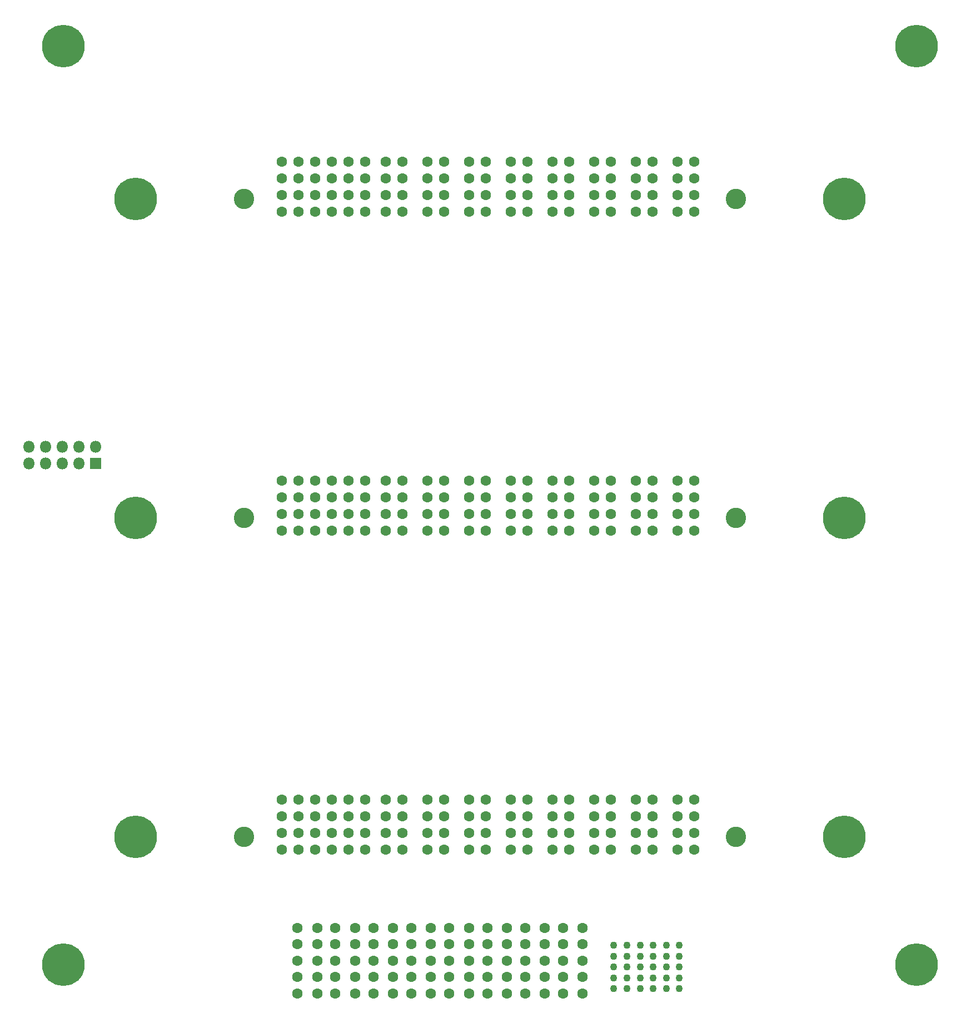
<source format=gbr>
%TF.GenerationSoftware,KiCad,Pcbnew,(5.1.5)-3*%
%TF.CreationDate,2021-10-03T16:15:59+02:00*%
%TF.ProjectId,Backplane PSU,4261636b-706c-4616-9e65-205053552e6b,rev?*%
%TF.SameCoordinates,PX68e7780PYb532b80*%
%TF.FileFunction,Soldermask,Top*%
%TF.FilePolarity,Negative*%
%FSLAX46Y46*%
G04 Gerber Fmt 4.6, Leading zero omitted, Abs format (unit mm)*
G04 Created by KiCad (PCBNEW (5.1.5)-3) date 2021-10-03 16:15:59*
%MOMM*%
%LPD*%
G04 APERTURE LIST*
%ADD10C,1.100000*%
%ADD11C,1.600000*%
%ADD12C,6.500000*%
%ADD13O,1.800000X1.800000*%
%ADD14R,1.800000X1.800000*%
%ADD15C,3.100000*%
G04 APERTURE END LIST*
D10*
%TO.C,J3*%
X83855000Y-3665000D03*
X83855000Y-2015000D03*
X83855000Y-365000D03*
X83855000Y1285000D03*
X83855000Y2935000D03*
X85855000Y-3665000D03*
X85855000Y-2015000D03*
X85855000Y-365000D03*
X85855000Y1285000D03*
X85855000Y2935000D03*
X87855000Y-3665000D03*
X87855000Y-2015000D03*
X87855000Y-365000D03*
X87855000Y1285000D03*
X87855000Y2935000D03*
X89855000Y-3665000D03*
X89855000Y-2015000D03*
X89855000Y-365000D03*
X89855000Y1285000D03*
X89855000Y2935000D03*
X91855000Y-3665000D03*
X91855000Y-2015000D03*
X91855000Y-365000D03*
X91855000Y1285000D03*
X91855000Y2935000D03*
X93855000Y-3665000D03*
X93855000Y-2015000D03*
X93855000Y-365000D03*
X93855000Y1285000D03*
X93855000Y2935000D03*
D11*
X35665000Y-4375000D03*
X35665000Y-1875000D03*
X35665000Y625000D03*
X35665000Y3125000D03*
X35665000Y5625000D03*
X38665000Y-4375000D03*
X38665000Y-1875000D03*
X38665000Y625000D03*
X38665000Y3125000D03*
X38665000Y5625000D03*
X41445000Y-4375000D03*
X47225000Y-4375000D03*
X53005000Y-4375000D03*
X58785000Y-4375000D03*
X64565000Y-4375000D03*
X70345000Y-4375000D03*
X76125000Y-4375000D03*
X44445000Y5625000D03*
X50225000Y5625000D03*
X56005000Y5625000D03*
X61785000Y5625000D03*
X67565000Y5625000D03*
X73345000Y5625000D03*
X79125000Y5625000D03*
X44445000Y-1875000D03*
X50225000Y-1875000D03*
X56005000Y-1875000D03*
X61785000Y-1875000D03*
X67565000Y-1875000D03*
X73345000Y-1875000D03*
X79125000Y-1875000D03*
X41445000Y3125000D03*
X47225000Y3125000D03*
X53005000Y3125000D03*
X58785000Y3125000D03*
X64565000Y3125000D03*
X70345000Y3125000D03*
X76125000Y3125000D03*
X41445000Y625000D03*
X47225000Y625000D03*
X53005000Y625000D03*
X58785000Y625000D03*
X64565000Y625000D03*
X70345000Y625000D03*
X76125000Y625000D03*
X41445000Y5625000D03*
X47225000Y5625000D03*
X53005000Y5625000D03*
X58785000Y5625000D03*
X64565000Y5625000D03*
X70345000Y5625000D03*
X76125000Y5625000D03*
X44445000Y625000D03*
X50225000Y625000D03*
X56005000Y625000D03*
X61785000Y625000D03*
X67565000Y625000D03*
X73345000Y625000D03*
X79125000Y625000D03*
X44445000Y-4375000D03*
X50225000Y-4375000D03*
X56005000Y-4375000D03*
X61785000Y-4375000D03*
X67565000Y-4375000D03*
X73345000Y-4375000D03*
X79125000Y-4375000D03*
X44445000Y3125000D03*
X50225000Y3125000D03*
X56005000Y3125000D03*
X61785000Y3125000D03*
X67565000Y3125000D03*
X73345000Y3125000D03*
X79125000Y3125000D03*
X41445000Y-1875000D03*
X47225000Y-1875000D03*
X53005000Y-1875000D03*
X58785000Y-1875000D03*
X64565000Y-1875000D03*
X70345000Y-1875000D03*
X76125000Y-1875000D03*
%TD*%
D12*
%TO.C,H1*%
X0Y140000000D03*
%TD*%
%TO.C,H2*%
X11000000Y116660000D03*
%TD*%
%TO.C,H3*%
X11000000Y68060000D03*
%TD*%
%TO.C,H4*%
X11000000Y19460000D03*
%TD*%
%TO.C,H5*%
X0Y0D03*
%TD*%
%TO.C,H6*%
X130000000Y0D03*
%TD*%
%TO.C,H7*%
X119000000Y19460000D03*
%TD*%
%TO.C,H8*%
X119000000Y68060000D03*
%TD*%
%TO.C,H9*%
X119000000Y116660000D03*
%TD*%
%TO.C,H10*%
X130000000Y140000000D03*
%TD*%
D13*
%TO.C,J5*%
X-5260000Y78890000D03*
X-5260000Y76350000D03*
X-2720000Y78890000D03*
X-2720000Y76350000D03*
X-180000Y78890000D03*
X-180000Y76350000D03*
X2360000Y78890000D03*
X2360000Y76350000D03*
X4900000Y78890000D03*
D14*
X4900000Y76350000D03*
%TD*%
D15*
%TO.C,J4*%
X102470000Y19460000D03*
X27540000Y19460000D03*
D11*
X96120000Y17500000D03*
X93580000Y17500000D03*
X96120000Y20040000D03*
X93580000Y20040000D03*
X96120000Y22580000D03*
X93580000Y22580000D03*
X96120000Y25120000D03*
X93580000Y25120000D03*
X87230000Y22580000D03*
X80880000Y22580000D03*
X74530000Y22580000D03*
X68180000Y22580000D03*
X61830000Y22580000D03*
X55480000Y22580000D03*
X49130000Y22580000D03*
X89770000Y22580000D03*
X83420000Y22580000D03*
X77070000Y22580000D03*
X70720000Y22580000D03*
X64370000Y22580000D03*
X58020000Y22580000D03*
X51670000Y22580000D03*
X89770000Y17500000D03*
X83420000Y17500000D03*
X77070000Y17500000D03*
X70720000Y17500000D03*
X64370000Y17500000D03*
X58020000Y17500000D03*
X51670000Y17500000D03*
X89770000Y20040000D03*
X83420000Y20040000D03*
X77070000Y20040000D03*
X70720000Y20040000D03*
X64370000Y20040000D03*
X58020000Y20040000D03*
X51670000Y20040000D03*
X87230000Y25120000D03*
X80880000Y25120000D03*
X74530000Y25120000D03*
X68180000Y25120000D03*
X61830000Y25120000D03*
X55480000Y25120000D03*
X49130000Y25120000D03*
X89770000Y25120000D03*
X83420000Y25120000D03*
X77070000Y25120000D03*
X70720000Y25120000D03*
X64370000Y25120000D03*
X58020000Y25120000D03*
X51670000Y25120000D03*
X87230000Y20040000D03*
X80880000Y20040000D03*
X74530000Y20040000D03*
X68180000Y20040000D03*
X61830000Y20040000D03*
X55480000Y20040000D03*
X49130000Y20040000D03*
X87230000Y17500000D03*
X80880000Y17500000D03*
X74530000Y17500000D03*
X68180000Y17500000D03*
X61830000Y17500000D03*
X55480000Y17500000D03*
X49130000Y17500000D03*
X45960000Y17500000D03*
X45960000Y20040000D03*
X45960000Y22580000D03*
X45960000Y25120000D03*
X43420000Y17500000D03*
X43420000Y20040000D03*
X43420000Y22580000D03*
X43420000Y25120000D03*
X40880000Y17500000D03*
X40880000Y20040000D03*
X40880000Y22580000D03*
X40880000Y25120000D03*
X38340000Y17500000D03*
X38340000Y20040000D03*
X38340000Y22580000D03*
X38340000Y25120000D03*
X35800000Y17500000D03*
X35800000Y20040000D03*
X35800000Y22580000D03*
X35800000Y25120000D03*
X33260000Y17500000D03*
X33260000Y20040000D03*
X33260000Y22580000D03*
X33260000Y25120000D03*
%TD*%
D15*
%TO.C,J1*%
X102470000Y68060000D03*
X27540000Y68060000D03*
D11*
X96120000Y66100000D03*
X93580000Y66100000D03*
X96120000Y68640000D03*
X93580000Y68640000D03*
X96120000Y71180000D03*
X93580000Y71180000D03*
X96120000Y73720000D03*
X93580000Y73720000D03*
X87230000Y71180000D03*
X80880000Y71180000D03*
X74530000Y71180000D03*
X68180000Y71180000D03*
X61830000Y71180000D03*
X55480000Y71180000D03*
X49130000Y71180000D03*
X89770000Y71180000D03*
X83420000Y71180000D03*
X77070000Y71180000D03*
X70720000Y71180000D03*
X64370000Y71180000D03*
X58020000Y71180000D03*
X51670000Y71180000D03*
X89770000Y66100000D03*
X83420000Y66100000D03*
X77070000Y66100000D03*
X70720000Y66100000D03*
X64370000Y66100000D03*
X58020000Y66100000D03*
X51670000Y66100000D03*
X89770000Y68640000D03*
X83420000Y68640000D03*
X77070000Y68640000D03*
X70720000Y68640000D03*
X64370000Y68640000D03*
X58020000Y68640000D03*
X51670000Y68640000D03*
X87230000Y73720000D03*
X80880000Y73720000D03*
X74530000Y73720000D03*
X68180000Y73720000D03*
X61830000Y73720000D03*
X55480000Y73720000D03*
X49130000Y73720000D03*
X89770000Y73720000D03*
X83420000Y73720000D03*
X77070000Y73720000D03*
X70720000Y73720000D03*
X64370000Y73720000D03*
X58020000Y73720000D03*
X51670000Y73720000D03*
X87230000Y68640000D03*
X80880000Y68640000D03*
X74530000Y68640000D03*
X68180000Y68640000D03*
X61830000Y68640000D03*
X55480000Y68640000D03*
X49130000Y68640000D03*
X87230000Y66100000D03*
X80880000Y66100000D03*
X74530000Y66100000D03*
X68180000Y66100000D03*
X61830000Y66100000D03*
X55480000Y66100000D03*
X49130000Y66100000D03*
X45960000Y66100000D03*
X45960000Y68640000D03*
X45960000Y71180000D03*
X45960000Y73720000D03*
X43420000Y66100000D03*
X43420000Y68640000D03*
X43420000Y71180000D03*
X43420000Y73720000D03*
X40880000Y66100000D03*
X40880000Y68640000D03*
X40880000Y71180000D03*
X40880000Y73720000D03*
X38340000Y66100000D03*
X38340000Y68640000D03*
X38340000Y71180000D03*
X38340000Y73720000D03*
X35800000Y66100000D03*
X35800000Y68640000D03*
X35800000Y71180000D03*
X35800000Y73720000D03*
X33260000Y66100000D03*
X33260000Y68640000D03*
X33260000Y71180000D03*
X33260000Y73720000D03*
%TD*%
D15*
%TO.C,J2*%
X102470000Y116660000D03*
X27540000Y116660000D03*
D11*
X96120000Y114700000D03*
X93580000Y114700000D03*
X96120000Y117240000D03*
X93580000Y117240000D03*
X96120000Y119780000D03*
X93580000Y119780000D03*
X96120000Y122320000D03*
X93580000Y122320000D03*
X87230000Y119780000D03*
X80880000Y119780000D03*
X74530000Y119780000D03*
X68180000Y119780000D03*
X61830000Y119780000D03*
X55480000Y119780000D03*
X49130000Y119780000D03*
X89770000Y119780000D03*
X83420000Y119780000D03*
X77070000Y119780000D03*
X70720000Y119780000D03*
X64370000Y119780000D03*
X58020000Y119780000D03*
X51670000Y119780000D03*
X89770000Y114700000D03*
X83420000Y114700000D03*
X77070000Y114700000D03*
X70720000Y114700000D03*
X64370000Y114700000D03*
X58020000Y114700000D03*
X51670000Y114700000D03*
X89770000Y117240000D03*
X83420000Y117240000D03*
X77070000Y117240000D03*
X70720000Y117240000D03*
X64370000Y117240000D03*
X58020000Y117240000D03*
X51670000Y117240000D03*
X87230000Y122320000D03*
X80880000Y122320000D03*
X74530000Y122320000D03*
X68180000Y122320000D03*
X61830000Y122320000D03*
X55480000Y122320000D03*
X49130000Y122320000D03*
X89770000Y122320000D03*
X83420000Y122320000D03*
X77070000Y122320000D03*
X70720000Y122320000D03*
X64370000Y122320000D03*
X58020000Y122320000D03*
X51670000Y122320000D03*
X87230000Y117240000D03*
X80880000Y117240000D03*
X74530000Y117240000D03*
X68180000Y117240000D03*
X61830000Y117240000D03*
X55480000Y117240000D03*
X49130000Y117240000D03*
X87230000Y114700000D03*
X80880000Y114700000D03*
X74530000Y114700000D03*
X68180000Y114700000D03*
X61830000Y114700000D03*
X55480000Y114700000D03*
X49130000Y114700000D03*
X45960000Y114700000D03*
X45960000Y117240000D03*
X45960000Y119780000D03*
X45960000Y122320000D03*
X43420000Y114700000D03*
X43420000Y117240000D03*
X43420000Y119780000D03*
X43420000Y122320000D03*
X40880000Y114700000D03*
X40880000Y117240000D03*
X40880000Y119780000D03*
X40880000Y122320000D03*
X38340000Y114700000D03*
X38340000Y117240000D03*
X38340000Y119780000D03*
X38340000Y122320000D03*
X35800000Y114700000D03*
X35800000Y117240000D03*
X35800000Y119780000D03*
X35800000Y122320000D03*
X33260000Y114700000D03*
X33260000Y117240000D03*
X33260000Y119780000D03*
X33260000Y122320000D03*
%TD*%
M02*

</source>
